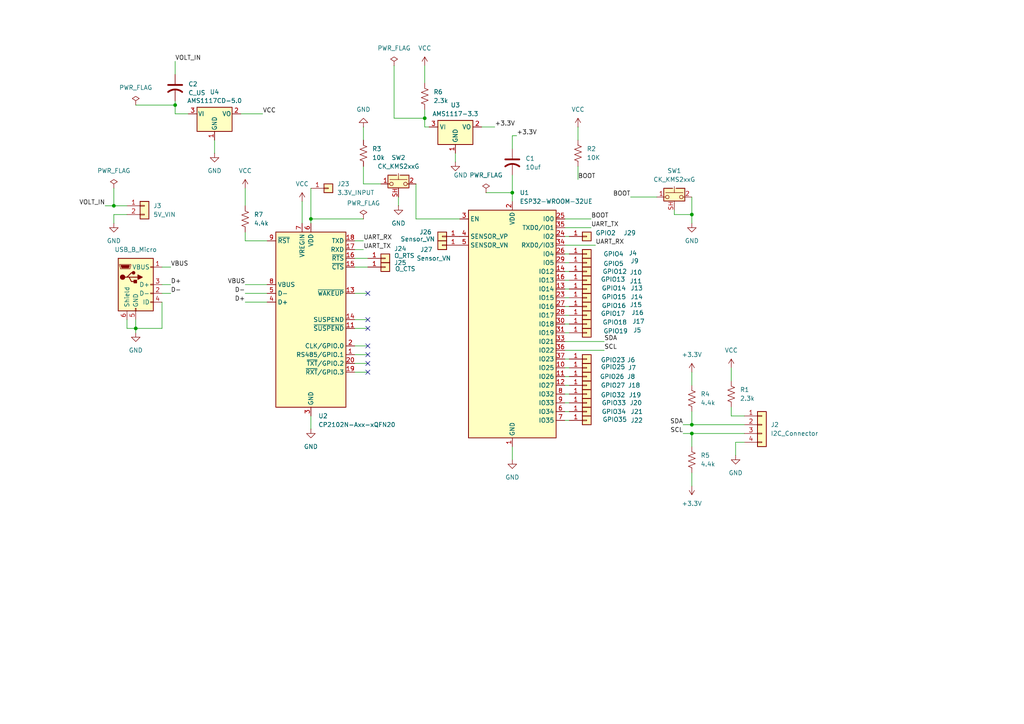
<source format=kicad_sch>
(kicad_sch (version 20250114) (generator "eeschema") (generator_version "9.0")
  (paper "A4")
  (lib_symbols
    (symbol "Connector:USB_B_Micro" (pin_names (offset 1.016))
      (property "Reference" "J" (at -5.08 11.43 0))
      (property "Value" "USB_B_Micro" (at -5.08 8.89 0))
      (symbol "USB_B_Micro_0_1"
        (rectangle (start -5.08 -7.62) (end 5.08 7.62) (stroke (width 0.254)) (fill (type background)))
        (polyline (pts (xy -4.699 5.842) (xy -4.699 5.588) (xy -4.445 4.826) (xy -4.445 4.572) (xy -1.651 4.572) (xy -1.651 4.826) (xy -1.397 5.588) (xy -1.397 5.842) (xy -4.699 5.842)))
        (polyline (pts (xy -4.318 5.588) (xy -1.778 5.588) (xy -2.032 4.826) (xy -4.064 4.826) (xy -4.318 5.588)) (fill (type outline)))
        (circle (center -3.81 2.159) (radius 0.635) (stroke (width 0.254)) (fill (type outline)))
        (polyline (pts (xy -3.175 2.159) (xy -2.54 2.159) (xy -1.27 3.429) (xy -0.635 3.429)) (stroke (width 0.254)))
        (polyline (pts (xy -2.54 2.159) (xy -1.905 2.159) (xy -1.27 0.889) (xy 0 0.889)) (stroke (width 0.254)))
        (polyline (pts (xy -1.905 2.159) (xy 0.635 2.159)) (stroke (width 0.254)))
        (circle (center -0.635 3.429) (radius 0.381) (stroke (width 0.254)) (fill (type outline)))
        (rectangle (start -0.127 -7.62) (end 0.127 -6.858))
        (rectangle (start 0.254 1.27) (end -0.508 0.508) (stroke (width 0.254)) (fill (type outline)))
        (polyline (pts (xy 0.635 2.794) (xy 0.635 1.524) (xy 1.905 2.159) (xy 0.635 2.794)) (stroke (width 0.254)) (fill (type outline)))
        (rectangle (start 5.08 4.953) (end 4.318 5.207))
        (rectangle (start 5.08 -0.127) (end 4.318 0.127))
        (rectangle (start 5.08 -2.667) (end 4.318 -2.413))
        (rectangle (start 5.08 -5.207) (end 4.318 -4.953))
      )
      (symbol "USB_B_Micro_1_1"
        (pin passive line (at -2.54 -10.16 90) (length 2.54) (name "Shield") (number "6"))
        (pin power_out line (at 0 -10.16 90) (length 2.54) (name "GND") (number "5"))
        (pin power_out line (at 7.62 5.08 180) (length 2.54) (name "VBUS") (number "1"))
        (pin bidirectional line (at 7.62 0 180) (length 2.54) (name "D+") (number "3"))
        (pin bidirectional line (at 7.62 -2.54 180) (length 2.54) (name "D-") (number "2"))
        (pin passive line (at 7.62 -5.08 180) (length 2.54) (name "ID") (number "4"))
      )
    )
    (symbol "Connector_Generic:Conn_01x01" (pin_names (offset 1.016) (hide yes))
      (property "Reference" "J" (at 0 2.54 0))
      (property "Value" "Conn_01x01" (at 0 -2.54 0))
      (symbol "Conn_01x01_1_1"
        (rectangle (start -1.27 1.27) (end 1.27 -1.27) (stroke (width 0.254)) (fill (type background)))
        (rectangle (start -1.27 0.127) (end 0 -0.127) (stroke (width 0.1524)))
        (pin passive line (at -5.08 0 0) (length 3.81) (name "Pin_1") (number "1"))
      )
    )
    (symbol "Connector_Generic:Conn_01x02" (pin_names (offset 1.016) (hide yes))
      (property "Reference" "J" (at 0 2.54 0))
      (property "Value" "Conn_01x02" (at 0 -5.08 0))
      (symbol "Conn_01x02_1_1"
        (rectangle (start -1.27 1.27) (end 1.27 -3.81) (stroke (width 0.254)) (fill (type background)))
        (rectangle (start -1.27 0.127) (end 0 -0.127) (stroke (width 0.1524)))
        (rectangle (start -1.27 -2.413) (end 0 -2.667) (stroke (width 0.1524)))
        (pin passive line (at -5.08 0 0) (length 3.81) (name "Pin_1") (number "1"))
        (pin passive line (at -5.08 -2.54 0) (length 3.81) (name "Pin_2") (number "2"))
      )
    )
    (symbol "Connector_Generic:Conn_01x04" (pin_names (offset 1.016) (hide yes))
      (property "Reference" "J" (at 0 5.08 0))
      (property "Value" "Conn_01x04" (at 0 -7.62 0))
      (symbol "Conn_01x04_1_1"
        (rectangle (start -1.27 3.81) (end 1.27 -6.35) (stroke (width 0.254)) (fill (type background)))
        (rectangle (start -1.27 2.667) (end 0 2.413) (stroke (width 0.1524)))
        (rectangle (start -1.27 0.127) (end 0 -0.127) (stroke (width 0.1524)))
        (rectangle (start -1.27 -2.413) (end 0 -2.667) (stroke (width 0.1524)))
        (rectangle (start -1.27 -4.953) (end 0 -5.207) (stroke (width 0.1524)))
        (pin passive line (at -5.08 2.54 0) (length 3.81) (name "Pin_1") (number "1"))
        (pin passive line (at -5.08 0 0) (length 3.81) (name "Pin_2") (number "2"))
        (pin passive line (at -5.08 -2.54 0) (length 3.81) (name "Pin_3") (number "3"))
        (pin passive line (at -5.08 -5.08 0) (length 3.81) (name "Pin_4") (number "4"))
      )
    )
    (symbol "Device:C_US" (pin_numbers (hide yes)) (pin_names (offset 0.254) (hide yes))
      (property "Reference" "C" (at 0.635 2.54 0))
      (property "Value" "C_US" (at 0.635 -2.54 0))
      (symbol "C_US_0_1"
        (polyline (pts (xy -2.032 0.762) (xy 2.032 0.762)) (stroke (width 0.508)))
        (arc (start -2.032 -1.27) (mid 0 -0.5572) (end 2.032 -1.27) (stroke (width 0.508)))
      )
      (symbol "C_US_1_1"
        (pin passive line (at 0 3.81 270) (length 2.794) (name "~") (number "1"))
        (pin passive line (at 0 -3.81 90) (length 3.302) (name "~") (number "2"))
      )
    )
    (symbol "Device:R_US" (pin_numbers (hide yes)) (pin_names (offset 0))
      (property "Reference" "R" (at 2.54 0 90))
      (property "Value" "R_US" (at -2.54 0 90))
      (symbol "R_US_0_1"
        (polyline (pts (xy 0 2.286) (xy 0 2.54)))
        (polyline (pts (xy 0 2.286) (xy 1.016 1.905) (xy 0 1.524) (xy -1.016 1.143) (xy 0 0.762)))
        (polyline (pts (xy 0 0.762) (xy 1.016 0.381) (xy 0 0) (xy -1.016 -0.381) (xy 0 -0.762)))
        (polyline (pts (xy 0 -0.762) (xy 1.016 -1.143) (xy 0 -1.524) (xy -1.016 -1.905) (xy 0 -2.286)))
        (polyline (pts (xy 0 -2.286) (xy 0 -2.54)))
      )
      (symbol "R_US_1_1"
        (pin passive line (at 0 3.81 270) (length 1.27) (name "~") (number "1"))
        (pin passive line (at 0 -3.81 90) (length 1.27) (name "~") (number "2"))
      )
    )
    (symbol "Interface_USB:CP2102N-Axx-xQFN20"
      (property "Reference" "U" (at -8.89 26.67 0))
      (property "Value" "CP2102N-Axx-xQFN20" (at 12.7 26.67 0))
      (symbol "CP2102N-Axx-xQFN20_0_1"
        (rectangle (start -10.16 25.4) (end 10.16 -25.4) (stroke (width 0.254)) (fill (type background)))
      )
      (symbol "CP2102N-Axx-xQFN20_1_1"
        (pin input line (at -12.7 22.86 0) (length 2.54) (name "~{RST}") (number "9"))
        (pin input line (at -12.7 10.16 0) (length 2.54) (name "VBUS") (number "8"))
        (pin bidirectional line (at -12.7 7.62 0) (length 2.54) (name "D-") (number "5"))
        (pin bidirectional line (at -12.7 5.08 0) (length 2.54) (name "D+") (number "4"))
        (pin no_connect line (at -10.16 -22.86 0) (length 2.54) (hide yes) (name "NC") (number "10"))
        (pin power_in line (at -2.54 27.94 270) (length 2.54) (name "VREGIN") (number "7"))
        (pin power_in line (at 0 27.94 270) (length 2.54) (name "VDD") (number "6"))
        (pin passive line (at 0 -27.94 90) (length 2.54) (hide yes) (name "GND") (number "12"))
        (pin passive line (at 0 -27.94 90) (length 2.54) (hide yes) (name "GND") (number "21"))
        (pin power_in line (at 0 -27.94 90) (length 2.54) (name "GND") (number "3"))
        (pin output line (at 12.7 22.86 180) (length 2.54) (name "TXD") (number "18"))
        (pin input line (at 12.7 20.32 180) (length 2.54) (name "RXD") (number "17"))
        (pin output line (at 12.7 17.78 180) (length 2.54) (name "~{RTS}") (number "16"))
        (pin input line (at 12.7 15.24 180) (length 2.54) (name "~{CTS}") (number "15"))
        (pin input line (at 12.7 7.62 180) (length 2.54) (name "~{WAKEUP}") (number "13"))
        (pin output line (at 12.7 0 180) (length 2.54) (name "SUSPEND") (number "14"))
        (pin output line (at 12.7 -2.54 180) (length 2.54) (name "~{SUSPEND}") (number "11"))
        (pin bidirectional line (at 12.7 -7.62 180) (length 2.54) (name "CLK/GPIO.0") (number "2"))
        (pin bidirectional line (at 12.7 -10.16 180) (length 2.54) (name "RS485/GPIO.1") (number "1"))
        (pin bidirectional line (at 12.7 -12.7 180) (length 2.54) (name "~{TXT}/GPIO.2") (number "20"))
        (pin bidirectional line (at 12.7 -15.24 180) (length 2.54) (name "~{RXT}/GPIO.3") (number "19"))
      )
    )
    (symbol "RF_Module:ESP32-WROOM-32UE"
      (property "Reference" "U" (at -12.7 34.29 0))
      (property "Value" "ESP32-WROOM-32UE" (at 1.27 34.29 0))
      (symbol "ESP32-WROOM-32UE_0_1"
        (rectangle (start -12.7 33.02) (end 12.7 -33.02) (stroke (width 0.254)) (fill (type background)))
      )
      (symbol "ESP32-WROOM-32UE_1_1"
        (pin input line (at -15.24 30.48 0) (length 2.54) (name "EN") (number "3"))
        (pin input line (at -15.24 25.4 0) (length 2.54) (name "SENSOR_VP") (number "4"))
        (pin input line (at -15.24 22.86 0) (length 2.54) (name "SENSOR_VN") (number "5"))
        (pin no_connect line (at -12.7 0 0) (length 2.54) (hide yes) (name "NC") (number "21"))
        (pin no_connect line (at -12.7 -2.54 0) (length 2.54) (hide yes) (name "NC") (number "22"))
        (pin no_connect line (at -12.7 -5.08 0) (length 2.54) (hide yes) (name "NC") (number "17"))
        (pin no_connect line (at -12.7 -7.62 0) (length 2.54) (hide yes) (name "NC") (number "18"))
        (pin no_connect line (at -12.7 -10.16 0) (length 2.54) (hide yes) (name "NC") (number "20"))
        (pin no_connect line (at -12.7 -12.7 0) (length 2.54) (hide yes) (name "NC") (number "19"))
        (pin no_connect line (at -12.7 -27.94 0) (length 2.54) (hide yes) (name "NC") (number "32"))
        (pin power_in line (at 0 35.56 270) (length 2.54) (name "VDD") (number "2"))
        (pin power_in line (at 0 -35.56 90) (length 2.54) (name "GND") (number "1"))
        (pin passive line (at 0 -35.56 90) (length 2.54) (hide yes) (name "GND") (number "15"))
        (pin passive line (at 0 -35.56 90) (length 2.54) (hide yes) (name "GND") (number "38"))
        (pin passive line (at 0 -35.56 90) (length 2.54) (hide yes) (name "GND") (number "39"))
        (pin bidirectional line (at 15.24 30.48 180) (length 2.54) (name "IO0") (number "25"))
        (pin bidirectional line (at 15.24 27.94 180) (length 2.54) (name "TXD0/IO1") (number "35"))
        (pin bidirectional line (at 15.24 25.4 180) (length 2.54) (name "IO2") (number "24"))
        (pin bidirectional line (at 15.24 22.86 180) (length 2.54) (name "RXD0/IO3") (number "34"))
        (pin bidirectional line (at 15.24 20.32 180) (length 2.54) (name "IO4") (number "26"))
        (pin bidirectional line (at 15.24 17.78 180) (length 2.54) (name "IO5") (number "29"))
        (pin bidirectional line (at 15.24 15.24 180) (length 2.54) (name "IO12") (number "14"))
        (pin bidirectional line (at 15.24 12.7 180) (length 2.54) (name "IO13") (number "16"))
        (pin bidirectional line (at 15.24 10.16 180) (length 2.54) (name "IO14") (number "13"))
        (pin bidirectional line (at 15.24 7.62 180) (length 2.54) (name "IO15") (number "23"))
        (pin bidirectional line (at 15.24 5.08 180) (length 2.54) (name "IO16") (number "27"))
        (pin bidirectional line (at 15.24 2.54 180) (length 2.54) (name "IO17") (number "28"))
        (pin bidirectional line (at 15.24 0 180) (length 2.54) (name "IO18") (number "30"))
        (pin bidirectional line (at 15.24 -2.54 180) (length 2.54) (name "IO19") (number "31"))
        (pin bidirectional line (at 15.24 -5.08 180) (length 2.54) (name "IO21") (number "33"))
        (pin bidirectional line (at 15.24 -7.62 180) (length 2.54) (name "IO22") (number "36"))
        (pin bidirectional line (at 15.24 -10.16 180) (length 2.54) (name "IO23") (number "37"))
        (pin bidirectional line (at 15.24 -12.7 180) (length 2.54) (name "IO25") (number "10"))
        (pin bidirectional line (at 15.24 -15.24 180) (length 2.54) (name "IO26") (number "11"))
        (pin bidirectional line (at 15.24 -17.78 180) (length 2.54) (name "IO27") (number "12"))
        (pin bidirectional line (at 15.24 -20.32 180) (length 2.54) (name "IO32") (number "8"))
        (pin bidirectional line (at 15.24 -22.86 180) (length 2.54) (name "IO33") (number "9"))
        (pin input line (at 15.24 -25.4 180) (length 2.54) (name "IO34") (number "6"))
        (pin input line (at 15.24 -27.94 180) (length 2.54) (name "IO35") (number "7"))
      )
    )
    (symbol "Regulator_Linear:AMS1117-3.3"
      (property "Reference" "U" (at -3.81 3.175 0))
      (property "Value" "AMS1117-3.3" (at 0 3.175 0))
      (symbol "AMS1117-3.3_0_1"
        (rectangle (start -5.08 -5.08) (end 5.08 1.905) (stroke (width 0.254)) (fill (type background)))
      )
      (symbol "AMS1117-3.3_1_1"
        (pin power_in line (at -7.62 0 0) (length 2.54) (name "VI") (number "3"))
        (pin power_in line (at 0 -7.62 90) (length 2.54) (name "GND") (number "1"))
        (pin power_out line (at 7.62 0 180) (length 2.54) (name "VO") (number "2"))
      )
    )
    (symbol "Regulator_Linear:AMS1117CD-5.0" (pin_names (offset 0.254))
      (property "Reference" "U" (at -3.81 3.175 0))
      (property "Value" "AMS1117CD-5.0" (at 0 3.175 0))
      (symbol "AMS1117CD-5.0_0_1"
        (rectangle (start -5.08 -5.08) (end 5.08 1.905) (stroke (width 0.254)) (fill (type background)))
      )
      (symbol "AMS1117CD-5.0_1_1"
        (pin power_in line (at -7.62 0 0) (length 2.54) (name "VI") (number "3"))
        (pin power_in line (at 0 -7.62 90) (length 2.54) (name "GND") (number "1"))
        (pin power_out line (at 7.62 0 180) (length 2.54) (name "VO") (number "2"))
      )
    )
    (symbol "Switch:CK_KMS2xxG" (pin_names (offset 1.016) (hide yes))
      (property "Reference" "SW" (at 4.318 2.032 0))
      (property "Value" "CK_KMS2xxG" (at 0 4.572 0))
      (symbol "CK_KMS2xxG_0_1"
        (circle (center -2.032 0) (radius 0.508))
        (polyline (pts (xy 0 1.27) (xy 0 3.048)))
        (polyline (pts (xy 0.508 2.54) (xy 3.048 2.54) (xy 3.048 -1.143) (xy -3.048 -1.143) (xy -3.048 2.54) (xy -0.508 2.54)) (stroke (width -0.0254)))
        (polyline (pts (xy 0.508 2.54) (xy 3.048 2.54) (xy 3.048 -1.143) (xy -3.048 -1.143) (xy -3.048 2.54) (xy -0.508 2.54)) (stroke (width 0.254)))
        (circle (center 2.032 0) (radius 0.508))
        (polyline (pts (xy 2.54 1.27) (xy -2.54 1.27)))
        (pin passive line (at -5.08 0 0) (length 2.54) (name "1") (number "1"))
        (pin passive line (at 5.08 0 180) (length 2.54) (name "2") (number "2"))
      )
      (symbol "CK_KMS2xxG_1_1"
        (rectangle (start -3.048 2.54) (end 3.048 -1.27) (stroke (width -0.0254)) (fill (type background)))
        (pin passive line (at 0 -3.81 90) (length 2.54) (name "B") (number "SH"))
      )
    )
    (symbol "power:+3.3V" (power) (pin_numbers (hide yes)) (pin_names (offset 0) (hide yes))
      (property "Value" "+3.3V" (at 0 3.556 0))
      (symbol "+3.3V_0_1"
        (polyline (pts (xy -0.762 1.27) (xy 0 2.54)))
        (polyline (pts (xy 0 2.54) (xy 0.762 1.27)))
        (polyline (pts (xy 0 0) (xy 0 2.54)))
      )
      (symbol "+3.3V_1_1"
        (pin power_in line (at 0 0 90) (length 0) (name "~") (number "1"))
      )
    )
    (symbol "power:GND" (power) (pin_numbers (hide yes)) (pin_names (offset 0) (hide yes))
      (property "Value" "GND" (at 0 -3.81 0))
      (symbol "GND_0_1"
        (polyline (pts (xy 0 0) (xy 0 -1.27) (xy 1.27 -1.27) (xy 0 -2.54) (xy -1.27 -1.27) (xy 0 -1.27)))
      )
      (symbol "GND_1_1"
        (pin power_in line (at 0 0 270) (length 0) (name "~") (number "1"))
      )
    )
    (symbol "power:PWR_FLAG" (power) (pin_numbers (hide yes)) (pin_names (offset 0) (hide yes))
      (property "Value" "PWR_FLAG" (at 0 3.81 0))
      (symbol "PWR_FLAG_0_0"
        (pin power_out line (at 0 0 90) (length 0) (name "~") (number "1"))
      )
      (symbol "PWR_FLAG_0_1"
        (polyline (pts (xy 0 0) (xy 0 1.27) (xy -1.016 1.905) (xy 0 2.54) (xy 1.016 1.905) (xy 0 1.27)))
      )
    )
    (symbol "power:VCC" (power) (pin_numbers (hide yes)) (pin_names (offset 0) (hide yes))
      (property "Value" "VCC" (at 0 3.556 0))
      (symbol "VCC_0_1"
        (polyline (pts (xy -0.762 1.27) (xy 0 2.54)))
        (polyline (pts (xy 0 2.54) (xy 0.762 1.27)))
        (polyline (pts (xy 0 0) (xy 0 2.54)))
      )
      (symbol "VCC_1_1"
        (pin power_in line (at 0 0 90) (length 0) (name "~") (number "1"))
      )
    )
  )
  (junction (at 90.17 63.5))
  (junction (at 123.19 34.29))
  (junction (at 39.37 95.25))
  (junction (at 200.66 125.73))
  (junction (at 200.66 62.23))
  (junction (at 148.59 55.88))
  (junction (at 33.02 59.69))
  (junction (at 200.66 123.19))
  (junction (at 50.8 30.48))
  (no_connect (at 106.68 100.33))
  (no_connect (at 106.68 95.25))
  (no_connect (at 106.68 102.87))
  (no_connect (at 106.68 105.41))
  (no_connect (at 106.68 107.95))
  (no_connect (at 106.68 85.09))
  (no_connect (at 106.68 92.71))
  (wire (pts (xy 165.1 73.66) (xy 163.83 73.66)))
  (wire (pts (xy 102.87 69.85) (xy 105.41 69.85)))
  (wire (pts (xy 69.85 33.02) (xy 76.2 33.02)))
  (wire (pts (xy 87.63 58.42) (xy 87.63 64.77)))
  (wire (pts (xy 71.12 69.85) (xy 77.47 69.85)))
  (wire (pts (xy 105.41 63.5) (xy 90.17 63.5)))
  (wire (pts (xy 102.87 95.25) (xy 106.68 95.25)))
  (wire (pts (xy 39.37 95.25) (xy 39.37 96.52)))
  (wire (pts (xy 105.41 36.83) (xy 105.41 40.64)))
  (wire (pts (xy 102.87 74.93) (xy 106.68 74.93)))
  (wire (pts (xy 105.41 53.34) (xy 105.41 48.26)))
  (wire (pts (xy 46.99 95.25) (xy 39.37 95.25)))
  (wire (pts (xy 165.1 88.9) (xy 163.83 88.9)))
  (wire (pts (xy 71.12 54.61) (xy 71.12 59.69)))
  (wire (pts (xy 165.1 116.84) (xy 163.83 116.84)))
  (wire (pts (xy 165.1 81.28) (xy 163.83 81.28)))
  (wire (pts (xy 120.65 53.34) (xy 120.65 63.5)))
  (wire (pts (xy 115.57 57.15) (xy 115.57 59.69)))
  (wire (pts (xy 148.59 39.37) (xy 148.59 43.18)))
  (wire (pts (xy 50.8 30.48) (xy 50.8 33.02)))
  (wire (pts (xy 62.23 40.64) (xy 62.23 44.45)))
  (wire (pts (xy 30.48 59.69) (xy 33.02 59.69)))
  (wire (pts (xy 148.59 50.8) (xy 148.59 55.88)))
  (wire (pts (xy 46.99 82.55) (xy 49.53 82.55)))
  (wire (pts (xy 133.35 63.5) (xy 120.65 63.5)))
  (wire (pts (xy 200.66 62.23) (xy 200.66 64.77)))
  (wire (pts (xy 200.66 123.19) (xy 215.9 123.19)))
  (wire (pts (xy 71.12 85.09) (xy 77.47 85.09)))
  (wire (pts (xy 195.58 62.23) (xy 200.66 62.23)))
  (wire (pts (xy 165.1 109.22) (xy 163.83 109.22)))
  (wire (pts (xy 213.36 132.08) (xy 213.36 128.27)))
  (wire (pts (xy 33.02 62.23) (xy 33.02 64.77)))
  (wire (pts (xy 114.3 19.05) (xy 114.3 34.29)))
  (wire (pts (xy 165.1 96.52) (xy 163.83 96.52)))
  (wire (pts (xy 165.1 104.14) (xy 163.83 104.14)))
  (wire (pts (xy 200.66 57.15) (xy 200.66 62.23)))
  (wire (pts (xy 200.66 125.73) (xy 200.66 129.54)))
  (wire (pts (xy 198.12 125.73) (xy 200.66 125.73)))
  (wire (pts (xy 165.1 93.98) (xy 163.83 93.98)))
  (wire (pts (xy 163.83 66.04) (xy 171.45 66.04)))
  (wire (pts (xy 90.17 120.65) (xy 90.17 124.46)))
  (wire (pts (xy 140.97 55.88) (xy 148.59 55.88)))
  (wire (pts (xy 200.66 125.73) (xy 215.9 125.73)))
  (wire (pts (xy 39.37 92.71) (xy 39.37 95.25)))
  (wire (pts (xy 102.87 102.87) (xy 106.68 102.87)))
  (wire (pts (xy 33.02 62.23) (xy 36.83 62.23)))
  (wire (pts (xy 90.17 63.5) (xy 90.17 64.77)))
  (wire (pts (xy 200.66 119.38) (xy 200.66 123.19)))
  (wire (pts (xy 110.49 53.34) (xy 105.41 53.34)))
  (wire (pts (xy 165.1 106.68) (xy 163.83 106.68)))
  (wire (pts (xy 165.1 83.82) (xy 163.83 83.82)))
  (wire (pts (xy 148.59 55.88) (xy 148.59 58.42)))
  (wire (pts (xy 165.1 119.38) (xy 163.83 119.38)))
  (wire (pts (xy 46.99 77.47) (xy 49.53 77.47)))
  (wire (pts (xy 165.1 86.36) (xy 163.83 86.36)))
  (wire (pts (xy 163.83 101.6) (xy 175.26 101.6)))
  (wire (pts (xy 213.36 128.27) (xy 215.9 128.27)))
  (wire (pts (xy 33.02 54.61) (xy 33.02 59.69)))
  (wire (pts (xy 123.19 36.83) (xy 124.46 36.83)))
  (wire (pts (xy 163.83 71.12) (xy 172.72 71.12)))
  (wire (pts (xy 182.88 57.15) (xy 190.5 57.15)))
  (wire (pts (xy 102.87 107.95) (xy 106.68 107.95)))
  (wire (pts (xy 200.66 107.95) (xy 200.66 111.76)))
  (wire (pts (xy 50.8 17.78) (xy 50.8 21.59)))
  (wire (pts (xy 132.08 44.45) (xy 132.08 46.99)))
  (wire (pts (xy 50.8 29.21) (xy 50.8 30.48)))
  (wire (pts (xy 114.3 34.29) (xy 123.19 34.29)))
  (wire (pts (xy 167.64 36.83) (xy 167.64 40.64)))
  (wire (pts (xy 139.7 36.83) (xy 143.51 36.83)))
  (wire (pts (xy 102.87 85.09) (xy 106.68 85.09)))
  (wire (pts (xy 165.1 121.92) (xy 163.83 121.92)))
  (wire (pts (xy 165.1 76.2) (xy 163.83 76.2)))
  (wire (pts (xy 148.59 129.54) (xy 148.59 133.35)))
  (wire (pts (xy 102.87 72.39) (xy 105.41 72.39)))
  (wire (pts (xy 102.87 77.47) (xy 106.68 77.47)))
  (wire (pts (xy 212.09 118.11) (xy 212.09 120.65)))
  (wire (pts (xy 123.19 31.75) (xy 123.19 34.29)))
  (wire (pts (xy 102.87 105.41) (xy 106.68 105.41)))
  (wire (pts (xy 165.1 78.74) (xy 163.83 78.74)))
  (wire (pts (xy 123.19 34.29) (xy 123.19 36.83)))
  (wire (pts (xy 123.19 19.05) (xy 123.19 24.13)))
  (wire (pts (xy 200.66 137.16) (xy 200.66 140.97)))
  (wire (pts (xy 165.1 91.44) (xy 163.83 91.44)))
  (wire (pts (xy 165.1 68.58) (xy 163.83 68.58)))
  (wire (pts (xy 46.99 85.09) (xy 49.53 85.09)))
  (wire (pts (xy 165.1 111.76) (xy 163.83 111.76)))
  (wire (pts (xy 163.83 99.06) (xy 175.26 99.06)))
  (wire (pts (xy 36.83 92.71) (xy 36.83 95.25)))
  (wire (pts (xy 212.09 106.68) (xy 212.09 110.49)))
  (wire (pts (xy 90.17 54.61) (xy 90.17 63.5)))
  (wire (pts (xy 102.87 92.71) (xy 106.68 92.71)))
  (wire (pts (xy 33.02 59.69) (xy 36.83 59.69)))
  (wire (pts (xy 71.12 87.63) (xy 77.47 87.63)))
  (wire (pts (xy 71.12 82.55) (xy 77.47 82.55)))
  (wire (pts (xy 46.99 87.63) (xy 46.99 95.25)))
  (wire (pts (xy 149.86 39.37) (xy 148.59 39.37)))
  (wire (pts (xy 71.12 67.31) (xy 71.12 69.85)))
  (wire (pts (xy 102.87 100.33) (xy 106.68 100.33)))
  (wire (pts (xy 50.8 33.02) (xy 54.61 33.02)))
  (wire (pts (xy 163.83 63.5) (xy 171.45 63.5)))
  (wire (pts (xy 198.12 123.19) (xy 200.66 123.19)))
  (wire (pts (xy 36.83 95.25) (xy 39.37 95.25)))
  (wire (pts (xy 165.1 114.3) (xy 163.83 114.3)))
  (wire (pts (xy 39.37 30.48) (xy 50.8 30.48)))
  (wire (pts (xy 195.58 60.96) (xy 195.58 62.23)))
  (wire (pts (xy 212.09 120.65) (xy 215.9 120.65)))
  (wire (pts (xy 167.64 48.26) (xy 167.64 52.07)))
  (label "BOOT" (at 182.88 57.15 180))
  (label "UART_RX" (at 172.72 71.12 0))
  (label "BOOT" (at 167.64 52.07 0))
  (label "SDA" (at 198.12 123.19 180))
  (label "UART_TX" (at 171.45 66.04 0))
  (label "+3.3V" (at 149.86 39.37 0))
  (label "VBUS" (at 71.12 82.55 180))
  (label "SCL" (at 175.26 101.6 0))
  (label "VOLT_IN" (at 30.48 59.69 180))
  (label "BOOT" (at 171.45 63.5 0))
  (label "SCL" (at 198.12 125.73 180))
  (label "VBUS" (at 49.53 77.47 0))
  (label "SDA" (at 175.26 99.06 0))
  (label "D-" (at 71.12 85.09 180))
  (label "D-" (at 49.53 85.09 0))
  (label "D+" (at 71.12 87.63 180))
  (label "UART_TX" (at 105.41 72.39 0))
  (label "D+" (at 49.53 82.55 0))
  (label "UART_RX" (at 105.41 69.85 0))
  (label "VCC" (at 76.2 33.02 0))
  (label "+3.3V" (at 143.51 36.83 0))
  (label "VOLT_IN" (at 50.8 17.78 0))
  (symbol (lib_id "Switch:CK_KMS2xxG") (at 115.57 53.34 0) (unit 1)
    (property "Reference" "SW2" (at 115.57 45.72 0))
    (property "Value" "CK_KMS2xxG" (at 115.57 48.26 0))
    (property "Footprint" "Button_Switch_SMD:SW_SPST_CK_KMS2xxGP" (effects (hide yes)))
    (property "Datasheet" "https://www.ckswitches.com/media/1482/kms.pdf" (effects (hide yes)))
    (property "Description" "Microminiature SMT Side Actuated, 4.2 x 2.8 x 1.42mm, without pegs, with shield pin" (effects (hide yes)))
  )
  (symbol (lib_id "Switch:CK_KMS2xxG") (at 195.58 57.15 0) (unit 1)
    (property "Reference" "SW1" (at 195.58 49.53 0))
    (property "Value" "CK_KMS2xxG" (at 195.58 52.07 0))
    (property "Footprint" "Button_Switch_SMD:SW_SPST_CK_KMS2xxGP" (effects (hide yes)))
    (property "Datasheet" "https://www.ckswitches.com/media/1482/kms.pdf" (effects (hide yes)))
    (property "Description" "Microminiature SMT Side Actuated, 4.2 x 2.8 x 1.42mm, without pegs, with shield pin" (effects (hide yes)))
  )
  (symbol (lib_id "Connector_Generic:Conn_01x01") (at 170.18 76.2 0) (unit 1)
    (property "Reference" "J9" (at 182.88 75.692 0) (effects (justify left)))
    (property "Value" "GPIO5" (at 175.006 76.454 0) (effects (justify left)))
    (property "Footprint" "Connector_Hirose:Hirose_DF63M-1P-3.96DSA_1x01_P3.96mm_Vertical" (effects (hide yes)))
    (property "Description" "Generic connector, single row, 01x01, script generated (kicad-library-utils/schlib/autogen/connector/)" (effects (hide yes)))
  )
  (symbol (lib_id "Connector_Generic:Conn_01x01") (at 170.18 104.14 0) (unit 1)
    (property "Reference" "J6" (at 181.864 104.394 0) (effects (justify left)))
    (property "Value" "GPIO23" (at 174.244 104.394 0) (effects (justify left)))
    (property "Footprint" "Connector_Hirose:Hirose_DF63M-1P-3.96DSA_1x01_P3.96mm_Vertical" (effects (hide yes)))
    (property "Description" "Generic connector, single row, 01x01, script generated (kicad-library-utils/schlib/autogen/connector/)" (effects (hide yes)))
  )
  (symbol (lib_id "power:GND") (at 213.36 132.08 0) (unit 1)
    (property "Reference" "#PWR07" (effects (hide yes)))
    (property "Value" "GND" (at 213.36 137.16 0))
    (property "Description" "Power symbol creates a global label with name \"GND\" , ground" (effects (hide yes)))
  )
  (symbol (lib_id "Interface_USB:CP2102N-Axx-xQFN20") (at 90.17 92.71 0) (unit 1)
    (property "Reference" "U2" (at 92.3133 120.65 0) (effects (justify left)))
    (property "Value" "CP2102N-Axx-xQFN20" (at 92.3133 123.19 0) (effects (justify left)))
    (property "Footprint" "Package_DFN_QFN:SiliconLabs_QFN-20-1EP_3x3mm_P0.5mm_EP1.8x1.8mm" (effects (hide yes)))
    (property "Datasheet" "https://www.silabs.com/documents/public/data-sheets/cp2102n-datasheet.pdf" (effects (hide yes)))
    (property "Description" "USB to UART master bridge, QFN-20" (effects (hide yes)))
  )
  (symbol (lib_id "Connector_Generic:Conn_01x01") (at 170.18 116.84 0) (unit 1)
    (property "Reference" "J20" (at 182.626 116.84 0) (effects (justify left)))
    (property "Value" "GPIO33" (at 174.498 116.84 0) (effects (justify left)))
    (property "Footprint" "Connector_Hirose:Hirose_DF63M-1P-3.96DSA_1x01_P3.96mm_Vertical" (effects (hide yes)))
    (property "Description" "Generic connector, single row, 01x01, script generated (kicad-library-utils/schlib/autogen/connector/)" (effects (hide yes)))
  )
  (symbol (lib_id "power:+3.3V") (at 200.66 140.97 180) (unit 1)
    (property "Reference" "#PWR010" (effects (hide yes)))
    (property "Value" "+3.3V" (at 200.66 146.05 0))
    (property "Description" "Power symbol creates a global label with name \"+3.3V\"" (effects (hide yes)))
  )
  (symbol (lib_id "Connector_Generic:Conn_01x01") (at 111.76 77.47 0) (unit 1)
    (property "Reference" "J25" (at 114.3 76.1999 0) (effects (justify left)))
    (property "Value" "O_CTS" (at 114.554 77.978 0) (effects (justify left)))
    (property "Footprint" "Connector_PinSocket_2.00mm:PinSocket_1x01_P2.00mm_Vertical" (effects (hide yes)))
    (property "Description" "Generic connector, single row, 01x01, script generated (kicad-library-utils/schlib/autogen/connector/)" (effects (hide yes)))
  )
  (symbol (lib_id "power:VCC") (at 167.64 36.83 0) (unit 1)
    (property "Reference" "#PWR06" (effects (hide yes)))
    (property "Value" "VCC" (at 167.64 31.75 0))
    (property "Description" "Power symbol creates a global label with name \"VCC\"" (effects (hide yes)))
  )
  (symbol (lib_id "power:PWR_FLAG") (at 39.37 30.48 0) (unit 1)
    (property "Reference" "#FLG05" (effects (hide yes)))
    (property "Value" "PWR_FLAG" (at 39.37 25.4 0))
    (property "Description" "Special symbol for telling ERC where power comes from" (effects (hide yes)))
  )
  (symbol (lib_id "power:GND") (at 62.23 44.45 0) (unit 1)
    (property "Reference" "#PWR014" (effects (hide yes)))
    (property "Value" "GND" (at 62.23 49.53 0))
    (property "Description" "Power symbol creates a global label with name \"GND\" , ground" (effects (hide yes)))
  )
  (symbol (lib_id "power:GND") (at 115.57 59.69 0) (unit 1)
    (property "Reference" "#PWR01" (effects (hide yes)))
    (property "Value" "GND" (at 115.57 64.77 0))
    (property "Description" "Power symbol creates a global label with name \"GND\" , ground" (effects (hide yes)))
  )
  (symbol (lib_id "Regulator_Linear:AMS1117CD-5.0") (at 62.23 33.02 0) (unit 1)
    (property "Reference" "U4" (at 62.23 26.67 0))
    (property "Value" "AMS1117CD-5.0" (at 62.23 29.21 0))
    (property "Footprint" "Package_TO_SOT_SMD:TO-252-3_TabPin2" (effects (hide yes)))
    (property "Datasheet" "http://www.advanced-monolithic.com/pdf/ds1117.pdf" (effects (hide yes)))
    (property "Description" "1A Low Dropout regulator, positive, 5.0V fixed output, TO-252" (effects (hide yes)))
  )
  (symbol (lib_id "power:+3.3V") (at 123.19 19.05 0) (unit 1)
    (property "Reference" "#PWR03" (effects (hide yes)))
    (property "Value" "VCC" (at 123.19 13.97 0))
    (property "Description" "Power symbol creates a global label with name \"+3.3V\"" (effects (hide yes)))
  )
  (symbol (lib_id "power:PWR_FLAG") (at 105.41 63.5 0) (unit 1)
    (property "Reference" "#FLG02" (effects (hide yes)))
    (property "Value" "PWR_FLAG" (at 105.41 58.928 0))
    (property "Description" "Special symbol for telling ERC where power comes from" (effects (hide yes)))
  )
  (symbol (lib_id "Device:C_US") (at 50.8 25.4 0) (unit 1)
    (property "Reference" "C2" (at 54.61 24.3839 0) (effects (justify left)))
    (property "Value" "C_US" (at 54.61 26.9239 0) (effects (justify left)))
    (property "Footprint" "Capacitor_SMD:C_0201_0603Metric_Pad0.64x0.40mm_HandSolder" (effects (hide yes)))
    (property "Description" "capacitor, US symbol" (effects (hide yes)))
  )
  (symbol (lib_id "Device:R_US") (at 167.64 44.45 0) (unit 1)
    (property "Reference" "R2" (at 170.18 43.1799 0) (effects (justify left)))
    (property "Value" "10K" (at 170.18 45.7199 0) (effects (justify left)))
    (property "Footprint" "Resistor_SMD:R_0201_0603Metric" (effects (hide yes)))
    (property "Description" "Resistor, US symbol" (effects (hide yes)))
  )
  (symbol (lib_id "Connector:USB_B_Micro") (at 39.37 82.55 0) (unit 1)
    (property "Reference" "J1" (effects (hide yes)))
    (property "Value" "USB_B_Micro" (at 39.37 72.39 0))
    (property "Footprint" "Connector_USB:USB_Micro-AB_Molex_47590-0001" (effects (hide yes)))
    (property "Description" "USB Micro Type B connector" (effects (hide yes)))
  )
  (symbol (lib_id "Connector_Generic:Conn_01x01") (at 170.18 73.66 0) (unit 1)
    (property "Reference" "J4" (at 182.372 73.406 0) (effects (justify left)))
    (property "Value" "GPIO4" (at 175.006 73.66 0) (effects (justify left)))
    (property "Footprint" "Connector_Hirose:Hirose_DF63M-1P-3.96DSA_1x01_P3.96mm_Vertical" (effects (hide yes)))
    (property "Description" "Generic connector, single row, 01x01, script generated (kicad-library-utils/schlib/autogen/connector/)" (effects (hide yes)))
  )
  (symbol (lib_id "power:GND") (at 105.41 36.83 180) (unit 1)
    (property "Reference" "#PWR04" (effects (hide yes)))
    (property "Value" "GND" (at 105.41 31.75 0))
    (property "Description" "Power symbol creates a global label with name \"GND\" , ground" (effects (hide yes)))
  )
  (symbol (lib_id "power:VCC") (at 71.12 54.61 0) (unit 1)
    (property "Reference" "#PWR017" (effects (hide yes)))
    (property "Value" "VCC" (at 71.12 49.53 0))
    (property "Description" "Power symbol creates a global label with name \"VCC\"" (effects (hide yes)))
  )
  (symbol (lib_id "Connector_Generic:Conn_01x01") (at 170.18 78.74 0) (unit 1)
    (property "Reference" "J10" (at 182.626 78.994 0) (effects (justify left)))
    (property "Value" "GPIO12" (at 174.752 78.74 0) (effects (justify left)))
    (property "Footprint" "Connector_Hirose:Hirose_DF63M-1P-3.96DSA_1x01_P3.96mm_Vertical" (effects (hide yes)))
    (property "Description" "Generic connector, single row, 01x01, script generated (kicad-library-utils/schlib/autogen/connector/)" (effects (hide yes)))
  )
  (symbol (lib_id "Device:R_US") (at 200.66 115.57 0) (unit 1)
    (property "Reference" "R4" (at 203.2 114.2999 0) (effects (justify left)))
    (property "Value" "4.4k" (at 203.2 116.8399 0) (effects (justify left)))
    (property "Footprint" "Resistor_SMD:R_0201_0603Metric" (effects (hide yes)))
    (property "Description" "Resistor, US symbol" (effects (hide yes)))
  )
  (symbol (lib_id "Device:R_US") (at 71.12 63.5 0) (unit 1)
    (property "Reference" "R7" (at 73.66 62.2299 0) (effects (justify left)))
    (property "Value" "4.4k" (at 73.66 64.7699 0) (effects (justify left)))
    (property "Footprint" "Resistor_SMD:R_0201_0603Metric" (effects (hide yes)))
    (property "Description" "Resistor, US symbol" (effects (hide yes)))
  )
  (symbol (lib_id "Connector_Generic:Conn_01x01") (at 170.18 88.9 0) (unit 1)
    (property "Reference" "J15" (at 182.626 88.392 0) (effects (justify left)))
    (property "Value" "GPIO16" (at 174.498 88.646 0) (effects (justify left)))
    (property "Footprint" "Connector_Hirose:Hirose_DF63M-1P-3.96DSA_1x01_P3.96mm_Vertical" (effects (hide yes)))
    (property "Description" "Generic connector, single row, 01x01, script generated (kicad-library-utils/schlib/autogen/connector/)" (effects (hide yes)))
  )
  (symbol (lib_id "Connector_Generic:Conn_01x01") (at 170.18 93.98 0) (unit 1)
    (property "Reference" "J17" (at 183.388 93.218 0) (effects (justify left)))
    (property "Value" "GPIO18" (at 174.752 93.472 0) (effects (justify left)))
    (property "Footprint" "Connector_Hirose:Hirose_DF63M-1P-3.96DSA_1x01_P3.96mm_Vertical" (effects (hide yes)))
    (property "Description" "Generic connector, single row, 01x01, script generated (kicad-library-utils/schlib/autogen/connector/)" (effects (hide yes)))
  )
  (symbol (lib_id "Connector_Generic:Conn_01x01") (at 170.18 106.68 0) (unit 1)
    (property "Reference" "J7" (at 182.118 106.68 0) (effects (justify left)))
    (property "Value" "GPIO25" (at 174.244 106.426 0) (effects (justify left)))
    (property "Footprint" "Connector_Hirose:Hirose_DF63M-1P-3.96DSA_1x01_P3.96mm_Vertical" (effects (hide yes)))
    (property "Description" "Generic connector, single row, 01x01, script generated (kicad-library-utils/schlib/autogen/connector/)" (effects (hide yes)))
  )
  (symbol (lib_id "power:PWR_FLAG") (at 33.02 54.61 0) (unit 1)
    (property "Reference" "#FLG03" (effects (hide yes)))
    (property "Value" "PWR_FLAG" (at 33.02 49.53 0))
    (property "Description" "Special symbol for telling ERC where power comes from" (effects (hide yes)))
  )
  (symbol (lib_id "Connector_Generic:Conn_01x01") (at 170.18 121.92 0) (unit 1)
    (property "Reference" "J22" (at 182.88 121.92 0) (effects (justify left)))
    (property "Value" "GPIO35" (at 174.752 121.666 0) (effects (justify left)))
    (property "Footprint" "Connector_Hirose:Hirose_DF63M-1P-3.96DSA_1x01_P3.96mm_Vertical" (effects (hide yes)))
    (property "Description" "Generic connector, single row, 01x01, script generated (kicad-library-utils/schlib/autogen/connector/)" (effects (hide yes)))
  )
  (symbol (lib_id "Connector_Generic:Conn_01x01") (at 170.18 109.22 0) (unit 1)
    (property "Reference" "J8" (at 181.864 109.22 0) (effects (justify left)))
    (property "Value" "GPIO26" (at 173.99 109.22 0) (effects (justify left)))
    (property "Footprint" "Connector_Hirose:Hirose_DF63M-1P-3.96DSA_1x01_P3.96mm_Vertical" (effects (hide yes)))
    (property "Description" "Generic connector, single row, 01x01, script generated (kicad-library-utils/schlib/autogen/connector/)" (effects (hide yes)))
  )
  (symbol (lib_id "power:PWR_FLAG") (at 114.3 19.05 0) (unit 1)
    (property "Reference" "#FLG04" (effects (hide yes)))
    (property "Value" "PWR_FLAG" (at 114.3 13.97 0))
    (property "Description" "Special symbol for telling ERC where power comes from" (effects (hide yes)))
  )
  (symbol (lib_id "Device:R_US") (at 105.41 44.45 0) (unit 1)
    (property "Reference" "R3" (at 107.95 43.1799 0) (effects (justify left)))
    (property "Value" "10k" (at 107.95 45.7199 0) (effects (justify left)))
    (property "Footprint" "Resistor_SMD:R_0201_0603Metric" (effects (hide yes)))
    (property "Description" "Resistor, US symbol" (effects (hide yes)))
  )
  (symbol (lib_id "Device:R_US") (at 212.09 114.3 0) (unit 1)
    (property "Reference" "R1" (at 214.63 113.0299 0) (effects (justify left)))
    (property "Value" "2.3k" (at 214.63 115.5699 0) (effects (justify left)))
    (property "Footprint" "Resistor_SMD:R_0201_0603Metric" (effects (hide yes)))
    (property "Description" "Resistor, US symbol" (effects (hide yes)))
  )
  (symbol (lib_id "power:GND") (at 33.02 64.77 0) (unit 1)
    (property "Reference" "#PWR015" (effects (hide yes)))
    (property "Value" "GND" (at 33.02 69.85 0))
    (property "Description" "Power symbol creates a global label with name \"GND\" , ground" (effects (hide yes)))
  )
  (symbol (lib_id "Connector_Generic:Conn_01x01") (at 170.18 91.44 0) (unit 1)
    (property "Reference" "J16" (at 183.134 90.678 0) (effects (justify left)))
    (property "Value" "GPIO17" (at 174.244 90.932 0) (effects (justify left)))
    (property "Footprint" "Connector_Hirose:Hirose_DF63M-1P-3.96DSA_1x01_P3.96mm_Vertical" (effects (hide yes)))
    (property "Description" "Generic connector, single row, 01x01, script generated (kicad-library-utils/schlib/autogen/connector/)" (effects (hide yes)))
  )
  (symbol (lib_id "Connector_Generic:Conn_01x01") (at 170.18 86.36 0) (unit 1)
    (property "Reference" "J14" (at 182.88 86.106 0) (effects (justify left)))
    (property "Value" "GPIO15" (at 174.498 86.106 0) (effects (justify left)))
    (property "Footprint" "Connector_Hirose:Hirose_DF63M-1P-3.96DSA_1x01_P3.96mm_Vertical" (effects (hide yes)))
    (property "Description" "Generic connector, single row, 01x01, script generated (kicad-library-utils/schlib/autogen/connector/)" (effects (hide yes)))
  )
  (symbol (lib_id "Connector_Generic:Conn_01x01") (at 170.18 81.28 0) (unit 1)
    (property "Reference" "J11" (at 182.626 81.534 0) (effects (justify left)))
    (property "Value" "GPIO13" (at 174.244 81.026 0) (effects (justify left)))
    (property "Footprint" "Connector_Hirose:Hirose_DF63M-1P-3.96DSA_1x01_P3.96mm_Vertical" (effects (hide yes)))
    (property "Description" "Generic connector, single row, 01x01, script generated (kicad-library-utils/schlib/autogen/connector/)" (effects (hide yes)))
  )
  (symbol (lib_id "Connector_Generic:Conn_01x01") (at 170.18 68.58 0) (unit 1)
    (property "Reference" "J29" (at 180.848 67.564 0) (effects (justify left)))
    (property "Value" "GPIO2" (at 172.72 67.564 0) (effects (justify left)))
    (property "Footprint" "Connector_Hirose:Hirose_DF63M-1P-3.96DSA_1x01_P3.96mm_Vertical" (effects (hide yes)))
    (property "Description" "Generic connector, single row, 01x01, script generated (kicad-library-utils/schlib/autogen/connector/)" (effects (hide yes)))
  )
  (symbol (lib_id "Regulator_Linear:AMS1117-3.3") (at 132.08 36.83 0) (unit 1)
    (property "Reference" "U3" (at 132.08 30.48 0))
    (property "Value" "AMS1117-3.3" (at 132.08 33.02 0))
    (property "Footprint" "Package_TO_SOT_SMD:SOT-223-3_TabPin2" (effects (hide yes)))
    (property "Datasheet" "http://www.advanced-monolithic.com/pdf/ds1117.pdf" (effects (hide yes)))
    (property "Description" "1A Low Dropout regulator, positive, 3.3V fixed output, SOT-223" (effects (hide yes)))
  )
  (symbol (lib_id "Connector_Generic:Conn_01x01") (at 170.18 83.82 0) (unit 1)
    (property "Reference" "J13" (at 182.88 83.566 0) (effects (justify left)))
    (property "Value" "GPIO14" (at 174.498 83.566 0) (effects (justify left)))
    (property "Footprint" "Connector_Hirose:Hirose_DF63M-1P-3.96DSA_1x01_P3.96mm_Vertical" (effects (hide yes)))
    (property "Description" "Generic connector, single row, 01x01, script generated (kicad-library-utils/schlib/autogen/connector/)" (effects (hide yes)))
  )
  (symbol (lib_id "Connector_Generic:Conn_01x01") (at 128.27 71.12 0) (mirror y) (unit 1)
    (property "Reference" "J27" (at 125.476 72.39 0) (effects (justify left)))
    (property "Value" "Sensor_VN" (at 130.81 74.93 0) (effects (justify left)))
    (property "Footprint" "Connector_PinSocket_2.00mm:PinSocket_1x01_P2.00mm_Vertical" (effects (hide yes)))
    (property "Description" "Generic connector, single row, 01x01, script generated (kicad-library-utils/schlib/autogen/connector/)" (effects (hide yes)))
  )
  (symbol (lib_id "Device:C_US") (at 148.59 46.99 0) (unit 1)
    (property "Reference" "C1" (at 152.4 45.9739 0) (effects (justify left)))
    (property "Value" "10uf" (at 152.4 48.5139 0) (effects (justify left)))
    (property "Footprint" "Capacitor_Tantalum_SMD:CP_EIA-1608-08_AVX-J_HandSolder" (effects (hide yes)))
    (property "Description" "capacitor, US symbol" (effects (hide yes)))
  )
  (symbol (lib_id "Connector_Generic:Conn_01x01") (at 95.25 54.61 0) (unit 1)
    (property "Reference" "J23" (at 97.79 53.3399 0) (effects (justify left)))
    (property "Value" "3.3V_INPUT" (at 97.79 55.8799 0) (effects (justify left)))
    (property "Footprint" "Connector_PinSocket_2.00mm:PinSocket_1x01_P2.00mm_Vertical" (effects (hide yes)))
    (property "Description" "Generic connector, single row, 01x01, script generated (kicad-library-utils/schlib/autogen/connector/)" (effects (hide yes)))
  )
  (symbol (lib_id "power:GND") (at 148.59 133.35 0) (unit 1)
    (property "Reference" "#PWR02" (effects (hide yes)))
    (property "Value" "GND" (at 148.59 138.43 0))
    (property "Description" "Power symbol creates a global label with name \"GND\" , ground" (effects (hide yes)))
  )
  (symbol (lib_id "power:GND") (at 90.17 124.46 0) (unit 1)
    (property "Reference" "#PWR012" (effects (hide yes)))
    (property "Value" "GND" (at 90.17 129.54 0))
    (property "Description" "Power symbol creates a global label with name \"GND\" , ground" (effects (hide yes)))
  )
  (symbol (lib_id "Device:R_US") (at 200.66 133.35 0) (unit 1)
    (property "Reference" "R5" (at 203.2 132.0799 0) (effects (justify left)))
    (property "Value" "4.4k" (at 203.2 134.6199 0) (effects (justify left)))
    (property "Footprint" "Resistor_SMD:R_0201_0603Metric" (effects (hide yes)))
    (property "Description" "Resistor, US symbol" (effects (hide yes)))
  )
  (symbol (lib_id "Device:R_US") (at 123.19 27.94 0) (unit 1)
    (property "Reference" "R6" (at 125.73 26.6699 0) (effects (justify left)))
    (property "Value" "2.3k" (at 125.73 29.2099 0) (effects (justify left)))
    (property "Footprint" "Resistor_SMD:R_0201_0603Metric" (effects (hide yes)))
    (property "Description" "Resistor, US symbol" (effects (hide yes)))
  )
  (symbol (lib_id "power:PWR_FLAG") (at 140.97 55.88 0) (unit 1)
    (property "Reference" "#FLG01" (effects (hide yes)))
    (property "Value" "PWR_FLAG" (at 140.97 50.8 0))
    (property "Description" "Special symbol for telling ERC where power comes from" (effects (hide yes)))
  )
  (symbol (lib_id "Connector_Generic:Conn_01x01") (at 111.76 74.93 0) (unit 1)
    (property "Reference" "J24" (at 114.3 72.136 0) (effects (justify left)))
    (property "Value" "O_RTS" (at 114.3 74.168 0) (effects (justify left)))
    (property "Footprint" "Connector_PinSocket_2.00mm:PinSocket_1x01_P2.00mm_Vertical" (effects (hide yes)))
    (property "Description" "Generic connector, single row, 01x01, script generated (kicad-library-utils/schlib/autogen/connector/)" (effects (hide yes)))
  )
  (symbol (lib_id "Connector_Generic:Conn_01x01") (at 170.18 114.3 0) (unit 1)
    (property "Reference" "J19" (at 182.372 114.554 0) (effects (justify left)))
    (property "Value" "GPIO32" (at 174.244 114.554 0) (effects (justify left)))
    (property "Footprint" "Connector_Hirose:Hirose_DF63M-1P-3.96DSA_1x01_P3.96mm_Vertical" (effects (hide yes)))
    (property "Description" "Generic connector, single row, 01x01, script generated (kicad-library-utils/schlib/autogen/connector/)" (effects (hide yes)))
  )
  (symbol (lib_id "power:+3.3V") (at 200.66 107.95 0) (unit 1)
    (property "Reference" "#PWR09" (effects (hide yes)))
    (property "Value" "+3.3V" (at 200.66 102.87 0))
    (property "Description" "Power symbol creates a global label with name \"+3.3V\"" (effects (hide yes)))
  )
  (symbol (lib_id "RF_Module:ESP32-WROOM-32UE") (at 148.59 93.98 0) (unit 1)
    (property "Reference" "U1" (at 150.7333 55.88 0) (effects (justify left)))
    (property "Value" "ESP32-WROOM-32UE" (at 150.7333 58.42 0) (effects (justify left)))
    (property "Footprint" "RF_Module:ESP32-WROOM-32UE" (effects (hide yes)))
    (property "Datasheet" "https://www.espressif.com/sites/default/files/documentation/esp32-wroom-32e_esp32-wroom-32ue_datasheet_en.pdf" (effects (hide yes)))
    (property "Description" "RF Module, ESP32-D0WD-V3 SoC, without PSRAM, Wi-Fi 802.11b/g/n, Bluetooth, BLE, 32-bit, 2.7-3.6V, external antenna, SMD" (effects (hide yes)))
  )
  (symbol (lib_id "Connector_Generic:Conn_01x01") (at 128.27 68.58 0) (mirror y) (unit 1)
    (property "Reference" "J26" (at 123.444 67.31 0))
    (property "Value" "Sensor_VN" (at 121.158 69.342 0))
    (property "Footprint" "Connector_PinSocket_2.00mm:PinSocket_1x01_P2.00mm_Vertical" (effects (hide yes)))
    (property "Description" "Generic connector, single row, 01x01, script generated (kicad-library-utils/schlib/autogen/connector/)" (effects (hide yes)))
  )
  (symbol (lib_id "Connector_Generic:Conn_01x01") (at 170.18 96.52 0) (unit 1)
    (property "Reference" "J5" (at 183.642 95.758 0) (effects (justify left)))
    (property "Value" "GPIO19" (at 175.006 96.012 0) (effects (justify left)))
    (property "Footprint" "Connector_Hirose:Hirose_DF63M-1P-3.96DSA_1x01_P3.96mm_Vertical" (effects (hide yes)))
    (property "Description" "Generic connector, single row, 01x01, script generated (kicad-library-utils/schlib/autogen/connector/)" (effects (hide yes)))
  )
  (symbol (lib_id "power:VCC") (at 87.63 58.42 0) (unit 1)
    (property "Reference" "#PWR016" (effects (hide yes)))
    (property "Value" "VCC" (at 87.63 53.34 0))
    (property "Description" "Power symbol creates a global label with name \"VCC\"" (effects (hide yes)))
  )
  (symbol (lib_id "Connector_Generic:Conn_01x01") (at 170.18 111.76 0) (unit 1)
    (property "Reference" "J18" (at 182.118 111.76 0) (effects (justify left)))
    (property "Value" "GPIO27" (at 174.244 111.76 0) (effects (justify left)))
    (property "Footprint" "Connector_Hirose:Hirose_DF63M-1P-3.96DSA_1x01_P3.96mm_Vertical" (effects (hide yes)))
    (property "Description" "Generic connector, single row, 01x01, script generated (kicad-library-utils/schlib/autogen/connector/)" (effects (hide yes)))
  )
  (symbol (lib_id "power:VCC") (at 212.09 106.68 0) (unit 1)
    (property "Reference" "#PWR08" (effects (hide yes)))
    (property "Value" "VCC" (at 212.09 101.6 0))
    (property "Description" "Power symbol creates a global label with name \"VCC\"" (effects (hide yes)))
  )
  (symbol (lib_id "Connector_Generic:Conn_01x01") (at 170.18 119.38 0) (unit 1)
    (property "Reference" "J21" (at 182.88 119.38 0) (effects (justify left)))
    (property "Value" "GPIO34" (at 174.498 119.38 0) (effects (justify left)))
    (property "Footprint" "Connector_Hirose:Hirose_DF63M-1P-3.96DSA_1x01_P3.96mm_Vertical" (effects (hide yes)))
    (property "Description" "Generic connector, single row, 01x01, script generated (kicad-library-utils/schlib/autogen/connector/)" (effects (hide yes)))
  )
  (symbol (lib_id "power:GND") (at 132.08 46.99 0) (unit 1)
    (property "Reference" "#PWR011" (effects (hide yes)))
    (property "Value" "GND" (at 133.604 50.8 0))
    (property "Description" "Power symbol creates a global label with name \"GND\" , ground" (effects (hide yes)))
  )
  (symbol (lib_id "Connector_Generic:Conn_01x02") (at 41.91 59.69 0) (unit 1)
    (property "Reference" "J3" (at 44.45 59.6899 0) (effects (justify left)))
    (property "Value" "5V_VIN" (at 44.45 62.2299 0) (effects (justify left)))
    (property "Footprint" "Connector_Hirose:Hirose_DF3EA-02P-2H_1x02-1MP_P2.00mm_Horizontal" (effects (hide yes)))
    (property "Description" "Generic connector, single row, 01x02, script generated (kicad-library-utils/schlib/autogen/connector/)" (effects (hide yes)))
  )
  (symbol (lib_id "power:GND") (at 39.37 96.52 0) (unit 1)
    (property "Reference" "#PWR013" (effects (hide yes)))
    (property "Value" "GND" (at 39.37 101.6 0))
    (property "Description" "Power symbol creates a global label with name \"GND\" , ground" (effects (hide yes)))
  )
  (symbol (lib_id "Connector_Generic:Conn_01x04") (at 220.98 123.19 0) (unit 1)
    (property "Reference" "J2" (at 223.52 123.1899 0) (effects (justify left)))
    (property "Value" "I2C_Connector" (at 223.52 125.7299 0) (effects (justify left)))
    (property "Footprint" "Connector_Hirose:Hirose_DF3EA-04P-2H_1x04-1MP_P2.00mm_Horizontal" (effects (hide yes)))
    (property "Description" "Generic connector, single row, 01x04, script generated (kicad-library-utils/schlib/autogen/connector/)" (effects (hide yes)))
  )
  (symbol (lib_id "power:GND") (at 200.66 64.77 0) (unit 1)
    (property "Reference" "#PWR05" (effects (hide yes)))
    (property "Value" "GND" (at 200.66 69.85 0))
    (property "Description" "Power symbol creates a global label with name \"GND\" , ground" (effects (hide yes)))
  )
)
</source>
